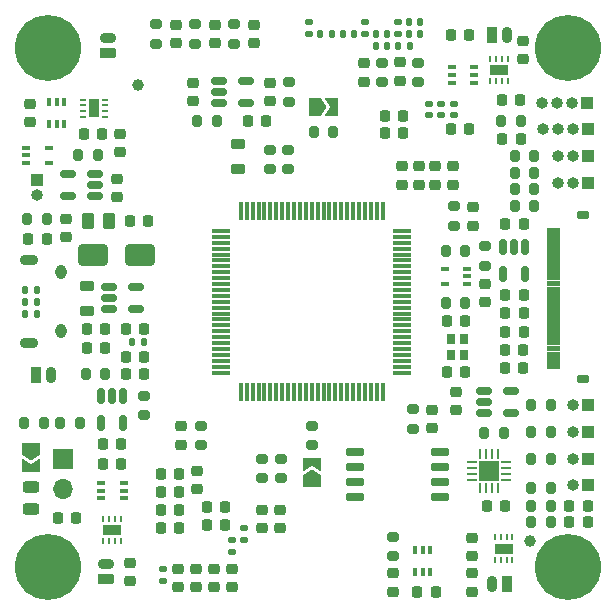
<source format=gts>
G04 #@! TF.GenerationSoftware,KiCad,Pcbnew,8.0.0*
G04 #@! TF.CreationDate,2024-03-25T13:12:05-04:00*
G04 #@! TF.ProjectId,_Sub_HW_Qcopter,5f537562-5f48-4575-9f51-636f70746572,rev?*
G04 #@! TF.SameCoordinates,PX9157080PYf23bb80*
G04 #@! TF.FileFunction,Soldermask,Top*
G04 #@! TF.FilePolarity,Negative*
%FSLAX46Y46*%
G04 Gerber Fmt 4.6, Leading zero omitted, Abs format (unit mm)*
G04 Created by KiCad (PCBNEW 8.0.0) date 2024-03-25 13:12:05*
%MOMM*%
%LPD*%
G01*
G04 APERTURE LIST*
G04 Aperture macros list*
%AMRoundRect*
0 Rectangle with rounded corners*
0 $1 Rounding radius*
0 $2 $3 $4 $5 $6 $7 $8 $9 X,Y pos of 4 corners*
0 Add a 4 corners polygon primitive as box body*
4,1,4,$2,$3,$4,$5,$6,$7,$8,$9,$2,$3,0*
0 Add four circle primitives for the rounded corners*
1,1,$1+$1,$2,$3*
1,1,$1+$1,$4,$5*
1,1,$1+$1,$6,$7*
1,1,$1+$1,$8,$9*
0 Add four rect primitives between the rounded corners*
20,1,$1+$1,$2,$3,$4,$5,0*
20,1,$1+$1,$4,$5,$6,$7,0*
20,1,$1+$1,$6,$7,$8,$9,0*
20,1,$1+$1,$8,$9,$2,$3,0*%
%AMFreePoly0*
4,1,6,1.000000,0.000000,0.500000,-0.750000,-0.500000,-0.750000,-0.500000,0.750000,0.500000,0.750000,1.000000,0.000000,1.000000,0.000000,$1*%
%AMFreePoly1*
4,1,6,0.500000,-0.750000,-0.650000,-0.750000,-0.150000,0.000000,-0.650000,0.750000,0.500000,0.750000,0.500000,-0.750000,0.500000,-0.750000,$1*%
G04 Aperture macros list end*
%ADD10C,0.010000*%
%ADD11RoundRect,0.100000X-0.225000X-0.100000X0.225000X-0.100000X0.225000X0.100000X-0.225000X0.100000X0*%
%ADD12RoundRect,0.225000X-0.225000X-0.250000X0.225000X-0.250000X0.225000X0.250000X-0.225000X0.250000X0*%
%ADD13RoundRect,0.200000X-0.200000X-0.275000X0.200000X-0.275000X0.200000X0.275000X-0.200000X0.275000X0*%
%ADD14RoundRect,0.200000X-0.275000X0.200000X-0.275000X-0.200000X0.275000X-0.200000X0.275000X0.200000X0*%
%ADD15RoundRect,0.225000X0.225000X0.250000X-0.225000X0.250000X-0.225000X-0.250000X0.225000X-0.250000X0*%
%ADD16RoundRect,0.100000X0.225000X0.100000X-0.225000X0.100000X-0.225000X-0.100000X0.225000X-0.100000X0*%
%ADD17RoundRect,0.147500X0.147500X0.172500X-0.147500X0.172500X-0.147500X-0.172500X0.147500X-0.172500X0*%
%ADD18RoundRect,0.150000X-0.512500X-0.150000X0.512500X-0.150000X0.512500X0.150000X-0.512500X0.150000X0*%
%ADD19RoundRect,0.200000X0.275000X-0.200000X0.275000X0.200000X-0.275000X0.200000X-0.275000X-0.200000X0*%
%ADD20RoundRect,0.225000X0.250000X-0.225000X0.250000X0.225000X-0.250000X0.225000X-0.250000X-0.225000X0*%
%ADD21RoundRect,0.250000X1.000000X0.650000X-1.000000X0.650000X-1.000000X-0.650000X1.000000X-0.650000X0*%
%ADD22RoundRect,0.147500X0.172500X-0.147500X0.172500X0.147500X-0.172500X0.147500X-0.172500X-0.147500X0*%
%ADD23RoundRect,0.218750X-0.218750X-0.256250X0.218750X-0.256250X0.218750X0.256250X-0.218750X0.256250X0*%
%ADD24R,1.000000X1.000000*%
%ADD25O,1.000000X1.000000*%
%ADD26C,3.600000*%
%ADD27C,5.600000*%
%ADD28RoundRect,0.102000X0.400000X-0.200000X0.400000X0.200000X-0.400000X0.200000X-0.400000X-0.200000X0*%
%ADD29RoundRect,0.100000X-0.100000X0.225000X-0.100000X-0.225000X0.100000X-0.225000X0.100000X0.225000X0*%
%ADD30C,1.000000*%
%ADD31RoundRect,0.218750X-0.256250X0.218750X-0.256250X-0.218750X0.256250X-0.218750X0.256250X0.218750X0*%
%ADD32RoundRect,0.140000X0.140000X0.170000X-0.140000X0.170000X-0.140000X-0.170000X0.140000X-0.170000X0*%
%ADD33RoundRect,0.075000X0.725000X0.075000X-0.725000X0.075000X-0.725000X-0.075000X0.725000X-0.075000X0*%
%ADD34RoundRect,0.075000X0.075000X0.725000X-0.075000X0.725000X-0.075000X-0.725000X0.075000X-0.725000X0*%
%ADD35RoundRect,0.100000X0.100000X-0.225000X0.100000X0.225000X-0.100000X0.225000X-0.100000X-0.225000X0*%
%ADD36RoundRect,0.140000X-0.170000X0.140000X-0.170000X-0.140000X0.170000X-0.140000X0.170000X0.140000X0*%
%ADD37RoundRect,0.200000X0.200000X0.275000X-0.200000X0.275000X-0.200000X-0.275000X0.200000X-0.275000X0*%
%ADD38RoundRect,0.062500X-0.062500X0.187500X-0.062500X-0.187500X0.062500X-0.187500X0.062500X0.187500X0*%
%ADD39R,1.600000X0.900000*%
%ADD40RoundRect,0.225000X-0.250000X0.225000X-0.250000X-0.225000X0.250000X-0.225000X0.250000X0.225000X0*%
%ADD41R,0.800000X0.900000*%
%ADD42RoundRect,0.218750X0.256250X-0.218750X0.256250X0.218750X-0.256250X0.218750X-0.256250X-0.218750X0*%
%ADD43RoundRect,0.140000X0.170000X-0.140000X0.170000X0.140000X-0.170000X0.140000X-0.170000X-0.140000X0*%
%ADD44RoundRect,0.150000X-0.150000X0.512500X-0.150000X-0.512500X0.150000X-0.512500X0.150000X0.512500X0*%
%ADD45FreePoly0,270.000000*%
%ADD46FreePoly1,270.000000*%
%ADD47RoundRect,0.250000X0.262500X0.450000X-0.262500X0.450000X-0.262500X-0.450000X0.262500X-0.450000X0*%
%ADD48RoundRect,0.062500X0.325000X0.062500X-0.325000X0.062500X-0.325000X-0.062500X0.325000X-0.062500X0*%
%ADD49RoundRect,0.062500X0.062500X0.325000X-0.062500X0.325000X-0.062500X-0.325000X0.062500X-0.325000X0*%
%ADD50R,1.750000X1.750000*%
%ADD51RoundRect,0.150000X-0.650000X-0.150000X0.650000X-0.150000X0.650000X0.150000X-0.650000X0.150000X0*%
%ADD52RoundRect,0.062500X0.062500X-0.187500X0.062500X0.187500X-0.062500X0.187500X-0.062500X-0.187500X0*%
%ADD53RoundRect,0.218750X0.381250X-0.218750X0.381250X0.218750X-0.381250X0.218750X-0.381250X-0.218750X0*%
%ADD54RoundRect,0.147500X-0.172500X0.147500X-0.172500X-0.147500X0.172500X-0.147500X0.172500X0.147500X0*%
%ADD55RoundRect,0.218750X0.218750X0.256250X-0.218750X0.256250X-0.218750X-0.256250X0.218750X-0.256250X0*%
%ADD56RoundRect,0.150000X0.512500X0.150000X-0.512500X0.150000X-0.512500X-0.150000X0.512500X-0.150000X0*%
%ADD57FreePoly0,0.000000*%
%ADD58FreePoly1,0.000000*%
%ADD59RoundRect,0.062500X0.187500X0.062500X-0.187500X0.062500X-0.187500X-0.062500X0.187500X-0.062500X0*%
%ADD60R,0.900000X1.600000*%
%ADD61RoundRect,0.243750X-0.456250X0.243750X-0.456250X-0.243750X0.456250X-0.243750X0.456250X0.243750X0*%
%ADD62FreePoly0,90.000000*%
%ADD63FreePoly1,90.000000*%
%ADD64RoundRect,0.225000X-0.225000X-0.475000X0.225000X-0.475000X0.225000X0.475000X-0.225000X0.475000X0*%
%ADD65O,0.900000X1.400000*%
%ADD66RoundRect,0.225000X0.225000X0.475000X-0.225000X0.475000X-0.225000X-0.475000X0.225000X-0.475000X0*%
%ADD67RoundRect,0.225000X0.475000X-0.225000X0.475000X0.225000X-0.475000X0.225000X-0.475000X-0.225000X0*%
%ADD68O,1.400000X0.900000*%
%ADD69O,1.550000X0.890000*%
%ADD70O,0.950000X1.250000*%
%ADD71R,1.700000X1.700000*%
%ADD72O,1.700000X1.700000*%
G04 APERTURE END LIST*
D10*
X46337001Y27414000D02*
X45286999Y27414000D01*
X45287000Y27814000D01*
X46337000Y27814000D01*
X46337001Y27414000D01*
G36*
X46337001Y27414000D02*
G01*
X45286999Y27414000D01*
X45287000Y27814000D01*
X46337000Y27814000D01*
X46337001Y27414000D01*
G37*
X46337000Y31414001D02*
X45287000Y31414001D01*
X45287000Y31814000D01*
X46337000Y31814000D01*
X46337000Y31414001D01*
G36*
X46337000Y31414001D02*
G01*
X45287000Y31414001D01*
X45287000Y31814000D01*
X46337000Y31814000D01*
X46337000Y31414001D01*
G37*
X46337000Y30914000D02*
X45287000Y30914000D01*
X45287000Y31314000D01*
X46337000Y31314000D01*
X46337000Y30914000D01*
G36*
X46337000Y30914000D02*
G01*
X45287000Y30914000D01*
X45287000Y31314000D01*
X46337000Y31314000D01*
X46337000Y30914000D01*
G37*
X46337001Y30814000D02*
X46337000Y30414000D01*
X45287000Y30414000D01*
X45287000Y30814001D01*
X46337001Y30814000D01*
G36*
X46337001Y30814000D02*
G01*
X46337000Y30414000D01*
X45287000Y30414000D01*
X45287000Y30814001D01*
X46337001Y30814000D01*
G37*
X46337001Y29914000D02*
X45287000Y29913999D01*
X45287000Y30314000D01*
X46337000Y30314000D01*
X46337001Y29914000D01*
G36*
X46337001Y29914000D02*
G01*
X45287000Y29913999D01*
X45287000Y30314000D01*
X46337000Y30314000D01*
X46337001Y29914000D01*
G37*
X46337000Y29414000D02*
X45287000Y29414000D01*
X45287000Y29814000D01*
X46337000Y29814000D01*
X46337000Y29414000D01*
G36*
X46337000Y29414000D02*
G01*
X45287000Y29414000D01*
X45287000Y29814000D01*
X46337000Y29814000D01*
X46337000Y29414000D01*
G37*
X46337000Y28914000D02*
X45287000Y28914000D01*
X45287000Y29313999D01*
X46337000Y29313999D01*
X46337000Y28914000D01*
G36*
X46337000Y28914000D02*
G01*
X45287000Y28914000D01*
X45287000Y29313999D01*
X46337000Y29313999D01*
X46337000Y28914000D01*
G37*
X46337000Y28414000D02*
X45287000Y28414000D01*
X45287000Y28814000D01*
X46337000Y28814000D01*
X46337000Y28414000D01*
G36*
X46337000Y28414000D02*
G01*
X45287000Y28414000D01*
X45287000Y28814000D01*
X46337000Y28814000D01*
X46337000Y28414000D01*
G37*
X46337000Y27914000D02*
X45287000Y27914000D01*
X45287000Y28314001D01*
X46337000Y28314001D01*
X46337000Y27914000D01*
G36*
X46337000Y27914000D02*
G01*
X45287000Y27914000D01*
X45287000Y28314001D01*
X46337000Y28314001D01*
X46337000Y27914000D01*
G37*
X46337000Y26914000D02*
X45287000Y26914000D01*
X45287000Y27314000D01*
X46337000Y27314000D01*
X46337000Y26914000D01*
G36*
X46337000Y26914000D02*
G01*
X45287000Y26914000D01*
X45287000Y27314000D01*
X46337000Y27314000D01*
X46337000Y26914000D01*
G37*
X46337000Y26414000D02*
X45287000Y26414000D01*
X45287000Y26813999D01*
X46337001Y26814000D01*
X46337000Y26414000D01*
G36*
X46337000Y26414000D02*
G01*
X45287000Y26414000D01*
X45287000Y26813999D01*
X46337001Y26814000D01*
X46337000Y26414000D01*
G37*
X46337000Y25914000D02*
X45287000Y25914000D01*
X45287000Y26314000D01*
X46337000Y26314000D01*
X46337000Y25914000D01*
G36*
X46337000Y25914000D02*
G01*
X45287000Y25914000D01*
X45287000Y26314000D01*
X46337000Y26314000D01*
X46337000Y25914000D01*
G37*
X46337000Y25414000D02*
X45287000Y25414000D01*
X45287000Y25814000D01*
X46337000Y25814000D01*
X46337000Y25414000D01*
G36*
X46337000Y25414000D02*
G01*
X45287000Y25414000D01*
X45287000Y25814000D01*
X46337000Y25814000D01*
X46337000Y25414000D01*
G37*
X46337001Y24914000D02*
X45287000Y24914001D01*
X45287000Y25314000D01*
X46337000Y25314000D01*
X46337001Y24914000D01*
G36*
X46337001Y24914000D02*
G01*
X45287000Y24914001D01*
X45287000Y25314000D01*
X46337000Y25314000D01*
X46337001Y24914000D01*
G37*
X46337000Y24414000D02*
X45287000Y24414000D01*
X45287000Y24814000D01*
X46337000Y24814000D01*
X46337000Y24414000D01*
G36*
X46337000Y24414000D02*
G01*
X45287000Y24414000D01*
X45287000Y24814000D01*
X46337000Y24814000D01*
X46337000Y24414000D01*
G37*
X46337000Y23914000D02*
X45287000Y23914000D01*
X45286999Y24314000D01*
X46337001Y24314000D01*
X46337000Y23914000D01*
G36*
X46337000Y23914000D02*
G01*
X45287000Y23914000D01*
X45286999Y24314000D01*
X46337001Y24314000D01*
X46337000Y23914000D01*
G37*
X46337000Y23413999D02*
X45287000Y23413999D01*
X45287000Y23814000D01*
X46337000Y23814000D01*
X46337000Y23413999D01*
G36*
X46337000Y23413999D02*
G01*
X45287000Y23413999D01*
X45287000Y23814000D01*
X46337000Y23814000D01*
X46337000Y23413999D01*
G37*
X46337000Y22914000D02*
X45287000Y22914000D01*
X45287000Y23314000D01*
X46337000Y23314000D01*
X46337000Y22914000D01*
G36*
X46337000Y22914000D02*
G01*
X45287000Y22914000D01*
X45287000Y23314000D01*
X46337000Y23314000D01*
X46337000Y22914000D01*
G37*
X46337000Y22414001D02*
X45287000Y22414001D01*
X45287000Y22814000D01*
X46337000Y22814000D01*
X46337000Y22414001D01*
G36*
X46337000Y22414001D02*
G01*
X45287000Y22414001D01*
X45287000Y22814000D01*
X46337000Y22814000D01*
X46337000Y22414001D01*
G37*
X46337000Y21914000D02*
X45287000Y21914000D01*
X45287000Y22314000D01*
X46337000Y22314000D01*
X46337000Y21914000D01*
G36*
X46337000Y21914000D02*
G01*
X45287000Y21914000D01*
X45287000Y22314000D01*
X46337000Y22314000D01*
X46337000Y21914000D01*
G37*
X46337001Y21814000D02*
X46337000Y21414000D01*
X45287000Y21414000D01*
X45287000Y21814001D01*
X46337001Y21814000D01*
G36*
X46337001Y21814000D02*
G01*
X46337000Y21414000D01*
X45287000Y21414000D01*
X45287000Y21814001D01*
X46337001Y21814000D01*
G37*
X46337001Y20914000D02*
X45287000Y20913999D01*
X45287000Y21314000D01*
X46337000Y21314000D01*
X46337001Y20914000D01*
G36*
X46337001Y20914000D02*
G01*
X45287000Y20913999D01*
X45287000Y21314000D01*
X46337000Y21314000D01*
X46337001Y20914000D01*
G37*
X46337000Y20414000D02*
X45287000Y20414000D01*
X45287000Y20814000D01*
X46337000Y20814000D01*
X46337000Y20414000D01*
G36*
X46337000Y20414000D02*
G01*
X45287000Y20414000D01*
X45287000Y20814000D01*
X46337000Y20814000D01*
X46337000Y20414000D01*
G37*
X46337000Y19914000D02*
X45287000Y19914000D01*
X45287000Y20313999D01*
X46337000Y20313999D01*
X46337000Y19914000D01*
G36*
X46337000Y19914000D02*
G01*
X45287000Y19914000D01*
X45287000Y20313999D01*
X46337000Y20313999D01*
X46337000Y19914000D01*
G37*
D11*
X3149600Y38587200D03*
X3149600Y37287200D03*
X1249600Y37287200D03*
X1249600Y37937200D03*
X1249600Y38587200D03*
D12*
X31610000Y41277500D03*
X33160000Y41277500D03*
D13*
X15726000Y40808000D03*
X17376000Y40808000D03*
D14*
X37465000Y33604200D03*
X37465000Y31954200D03*
D15*
X43345001Y24583000D03*
X41795001Y24583000D03*
X11189000Y20828000D03*
X9639000Y20828000D03*
D16*
X9474534Y8875000D03*
X9474533Y9525000D03*
X9474534Y10175000D03*
X7574534Y10175000D03*
X7574535Y9525000D03*
X7574534Y8875000D03*
D17*
X27076200Y48209200D03*
X26106200Y48209200D03*
D18*
X8266000Y26792000D03*
X8266000Y25842000D03*
X8266000Y24892000D03*
X10541000Y24892000D03*
X10541000Y26792000D03*
D19*
X18819000Y47384200D03*
X18819000Y49034200D03*
D20*
X43256200Y46088000D03*
X43256200Y47638000D03*
D21*
X10890001Y29464000D03*
X6889999Y29464000D03*
D15*
X43066000Y42570400D03*
X41516000Y42570400D03*
D20*
X38989000Y977600D03*
X38989000Y2527600D03*
D13*
X5652000Y37973000D03*
X7302000Y37973000D03*
D22*
X19685000Y5380000D03*
X19685000Y6350000D03*
D20*
X1524000Y40754000D03*
X1524000Y42304000D03*
D23*
X1371500Y30861000D03*
X2946500Y30861000D03*
D24*
X48783000Y16764000D03*
D25*
X47512999Y16764000D03*
D19*
X12215000Y47384200D03*
X12215000Y49034200D03*
D12*
X40246000Y8255000D03*
X41796000Y8255000D03*
D26*
X47066200Y3048000D03*
D27*
X47066200Y3048000D03*
D14*
X40030000Y30226000D03*
X40030000Y28576000D03*
X21209000Y12255000D03*
X21209000Y10605000D03*
D15*
X18047000Y8153400D03*
X16497000Y8153400D03*
D24*
X48783000Y10033000D03*
D25*
X47512999Y10033000D03*
D17*
X11163000Y22098000D03*
X10193000Y22098000D03*
D15*
X11554000Y32361000D03*
X10004000Y32361000D03*
D28*
X48387000Y18989000D03*
X48387000Y32839000D03*
D20*
X8890000Y34404000D03*
X8890000Y35954000D03*
D29*
X35448000Y4506000D03*
X34798000Y4505999D03*
X34148000Y4506000D03*
X34148000Y2606000D03*
X34798000Y2606001D03*
X35448000Y2606000D03*
D20*
X22733000Y6350000D03*
X22733000Y7900000D03*
D15*
X43320000Y21463000D03*
X41770000Y21463000D03*
X43345001Y26107000D03*
X41795001Y26107000D03*
D30*
X10693400Y43865800D03*
D12*
X6083000Y39751000D03*
X7633000Y39751000D03*
D19*
X22758400Y10605000D03*
X22758400Y12255000D03*
D23*
X19993000Y40808000D03*
X21568000Y40808000D03*
D31*
X39090600Y33553400D03*
X39090600Y31978398D03*
D20*
X35843999Y35435500D03*
X35843999Y36985500D03*
D32*
X34566800Y49174400D03*
X33606800Y49174400D03*
D30*
X43840400Y5232400D03*
D33*
X33075000Y19527000D03*
X33075000Y20027000D03*
X33075000Y20527001D03*
X33075000Y21027000D03*
X33075000Y21526999D03*
X33075000Y22027000D03*
X33075000Y22527000D03*
X33075000Y23027001D03*
X33075000Y23527000D03*
X33075000Y24027000D03*
X33075000Y24527000D03*
X33075000Y25027000D03*
X33075001Y25527000D03*
X33075000Y26027000D03*
X33075000Y26527000D03*
X33075000Y27027000D03*
X33075000Y27527000D03*
X33075000Y28026999D03*
X33075000Y28527000D03*
X33075000Y29027000D03*
X33075000Y29527001D03*
X33075000Y30027000D03*
X33075000Y30526999D03*
X33075000Y31027000D03*
X33075000Y31527000D03*
D34*
X31400000Y33202000D03*
X30900000Y33202000D03*
X30399999Y33202000D03*
X29900000Y33202000D03*
X29400001Y33202000D03*
X28900000Y33202000D03*
X28400000Y33202000D03*
X27899999Y33202000D03*
X27400000Y33202000D03*
X26900000Y33202000D03*
X26400000Y33202000D03*
X25900000Y33202000D03*
X25400000Y33202001D03*
X24900000Y33202000D03*
X24400000Y33202000D03*
X23900000Y33202000D03*
X23400000Y33202000D03*
X22900001Y33202000D03*
X22400000Y33202000D03*
X21900000Y33202000D03*
X21399999Y33202000D03*
X20900000Y33202000D03*
X20400001Y33202000D03*
X19900000Y33202000D03*
X19400000Y33202000D03*
D33*
X17725000Y31527000D03*
X17725000Y31027000D03*
X17725000Y30526999D03*
X17725000Y30027000D03*
X17725000Y29527001D03*
X17725000Y29027000D03*
X17725000Y28527000D03*
X17725000Y28026999D03*
X17725000Y27527000D03*
X17725000Y27027000D03*
X17725000Y26527000D03*
X17725000Y26027000D03*
X17724999Y25527000D03*
X17725000Y25027000D03*
X17725000Y24527000D03*
X17725000Y24027000D03*
X17725000Y23527000D03*
X17725000Y23027001D03*
X17725000Y22527000D03*
X17725000Y22027000D03*
X17725000Y21526999D03*
X17725000Y21027000D03*
X17725000Y20527001D03*
X17725000Y20027000D03*
X17725000Y19527000D03*
D34*
X19400000Y17852000D03*
X19900000Y17852000D03*
X20400001Y17852000D03*
X20900000Y17852000D03*
X21399999Y17852000D03*
X21900000Y17852000D03*
X22400000Y17852000D03*
X22900001Y17852000D03*
X23400000Y17852000D03*
X23900000Y17852000D03*
X24400000Y17852000D03*
X24900000Y17852000D03*
X25400000Y17851999D03*
X25900000Y17852000D03*
X26400000Y17852000D03*
X26900000Y17852000D03*
X27400000Y17852000D03*
X27899999Y17852000D03*
X28400000Y17852000D03*
X28900000Y17852000D03*
X29400001Y17852000D03*
X29900000Y17852000D03*
X30399999Y17852000D03*
X30900000Y17852000D03*
X31400000Y17852000D03*
D35*
X3160000Y40579000D03*
X3810000Y40579001D03*
X4460000Y40579000D03*
X4460000Y42479000D03*
X3810000Y42478999D03*
X3160000Y42479000D03*
D36*
X36387000Y42265500D03*
X36387000Y41305500D03*
D37*
X7937000Y19430999D03*
X6287000Y19430999D03*
D14*
X21844000Y38417000D03*
X21844000Y36767000D03*
D20*
X34446999Y35435500D03*
X34446999Y36985500D03*
D38*
X41982901Y46119500D03*
X41482900Y46119500D03*
X40982900Y46119500D03*
X40482899Y46119500D03*
X40482899Y44219500D03*
X40982900Y44219500D03*
X41482900Y44219500D03*
X41982901Y44219500D03*
D39*
X41232900Y45169500D03*
D13*
X44006000Y9779000D03*
X45656000Y9779000D03*
D40*
X15341600Y44082000D03*
X15341600Y42532000D03*
X38989000Y5550200D03*
X38989000Y4000200D03*
D37*
X27241000Y39878000D03*
X25591000Y39878000D03*
D15*
X38722600Y48133000D03*
X37172600Y48133000D03*
D41*
X37169000Y22417000D03*
X37169000Y21017000D03*
X38269000Y21017000D03*
X38269000Y22417000D03*
D12*
X12636200Y7874000D03*
X14186200Y7874000D03*
X36817000Y23876000D03*
X38367000Y23876000D03*
D14*
X23444200Y44132000D03*
X23444200Y42482000D03*
D12*
X31610000Y39783499D03*
X33160000Y39783499D03*
D15*
X43320000Y19939000D03*
X41770000Y19939000D03*
D42*
X29840962Y44170499D03*
X29840962Y45745501D03*
D24*
X48773001Y35560000D03*
D25*
X47503000Y35560000D03*
X46233001Y35560000D03*
D13*
X44006000Y8255000D03*
X45656000Y8255000D03*
D26*
X47066200Y47040800D03*
D27*
X47066200Y47040800D03*
D23*
X41757500Y22987000D03*
X43332500Y22987000D03*
D24*
X48783000Y14478000D03*
D25*
X47512999Y14478000D03*
D23*
X41503500Y39319200D03*
X43078500Y39319200D03*
D22*
X12827000Y1928000D03*
X12827000Y2898000D03*
D36*
X37465000Y42265500D03*
X37465000Y41305500D03*
D43*
X29893200Y48237200D03*
X29893200Y49197200D03*
D20*
X13866000Y47434200D03*
X13866000Y48984200D03*
D18*
X17531500Y44257000D03*
X17531500Y43307000D03*
X17531500Y42357000D03*
X19806500Y42357000D03*
X19806500Y44257000D03*
D12*
X12636200Y10922000D03*
X14186200Y10922000D03*
D44*
X43494999Y30148500D03*
X42545000Y30148500D03*
X41595001Y30148500D03*
X41595001Y27873500D03*
X43494999Y27873500D03*
D13*
X1080000Y15240000D03*
X2730000Y15240000D03*
D45*
X1651000Y13043999D03*
D46*
X1651000Y11594001D03*
D19*
X34010600Y14770600D03*
X34010600Y16420600D03*
D15*
X35903200Y990600D03*
X34353200Y990600D03*
X18047000Y6604000D03*
X16497000Y6604000D03*
D32*
X31770200Y47193200D03*
X30810200Y47193200D03*
D19*
X34412961Y44133000D03*
X34412961Y45783000D03*
D20*
X37338000Y35435500D03*
X37338000Y36985500D03*
D44*
X9458999Y17520500D03*
X8509000Y17520500D03*
X7559001Y17520500D03*
X7559001Y15245500D03*
X9458999Y15245500D03*
D15*
X9284000Y13462000D03*
X7734000Y13462000D03*
D20*
X21209000Y6350000D03*
X21209000Y7900000D03*
D40*
X15621000Y2921000D03*
X15621000Y1371000D03*
D24*
X48742600Y42341800D03*
D25*
X47472599Y42341800D03*
X46202600Y42341800D03*
X44932600Y42341800D03*
D13*
X36767000Y29845001D03*
X38417000Y29845001D03*
D47*
X8249500Y32361000D03*
X6424500Y32361000D03*
D12*
X6337000Y21590000D03*
X7887000Y21590000D03*
D32*
X28976200Y48209200D03*
X28016200Y48209200D03*
D17*
X2113000Y26543000D03*
X1143000Y26543000D03*
D13*
X44006000Y12192000D03*
X45656000Y12192000D03*
D20*
X40071001Y25514000D03*
X40071001Y27064000D03*
D48*
X41860500Y10436000D03*
X41860500Y10936000D03*
X41860500Y11436000D03*
X41860500Y11936000D03*
D49*
X41148000Y12648500D03*
X40648000Y12648500D03*
X40148000Y12648500D03*
X39648000Y12648500D03*
D48*
X38935500Y11936000D03*
X38935500Y11436000D03*
X38935500Y10936000D03*
X38935500Y10436000D03*
D49*
X39648000Y9723500D03*
X40148000Y9723500D03*
X40648000Y9723500D03*
X41148000Y9723500D03*
D50*
X40398000Y11186000D03*
D51*
X29039000Y12827000D03*
X29039000Y11557000D03*
X29039000Y10287000D03*
X29039000Y9017000D03*
X36239000Y9017000D03*
X36239000Y10287000D03*
X36239000Y11557000D03*
X36239000Y12827000D03*
D17*
X33710600Y47193200D03*
X32740600Y47193200D03*
D26*
X3048000Y47040800D03*
D27*
X3048000Y47040800D03*
D15*
X38748000Y40134500D03*
X37198000Y40134500D03*
D13*
X39997000Y14429000D03*
X41647000Y14429000D03*
X41466000Y40792400D03*
X43116000Y40792400D03*
D17*
X2113000Y24511000D03*
X1143000Y24511000D03*
D52*
X7758999Y5273000D03*
X8259000Y5273000D03*
X8759000Y5273000D03*
X9259001Y5273000D03*
X9259001Y7173000D03*
X8759000Y7173000D03*
X8259000Y7173000D03*
X7758999Y7173000D03*
D39*
X8509000Y6223000D03*
D20*
X17168000Y47434200D03*
X17168000Y48984200D03*
D15*
X5474000Y7239000D03*
X3924000Y7239000D03*
D40*
X15697200Y11189000D03*
X15697200Y9639000D03*
D15*
X11189000Y19431000D03*
X9639000Y19431000D03*
D31*
X14351000Y15011501D03*
X14351000Y13436499D03*
D15*
X11189000Y23241000D03*
X9639000Y23241000D03*
D17*
X34571800Y48209200D03*
X33601800Y48209200D03*
D20*
X35610800Y14807600D03*
X35610800Y16357600D03*
D13*
X42609000Y37846000D03*
X44259000Y37846000D03*
D42*
X32258000Y990499D03*
X32258000Y2565501D03*
D19*
X25450800Y13399000D03*
X25450800Y15049000D03*
D20*
X20470000Y47434200D03*
X20470000Y48984200D03*
D12*
X12636200Y6350000D03*
X14186200Y6350000D03*
D13*
X42609000Y36449000D03*
X44259000Y36449000D03*
D53*
X6350000Y24718500D03*
X6350000Y26843500D03*
D54*
X18669000Y5334000D03*
X18669000Y4364000D03*
D11*
X37251600Y45379400D03*
X37251601Y44729400D03*
X37251600Y44079400D03*
X39151600Y44079400D03*
X39151599Y44729400D03*
X39151600Y45379400D03*
D40*
X14097000Y2921000D03*
X14097000Y1371000D03*
D13*
X36767000Y25400000D03*
X38417000Y25400000D03*
D17*
X2113000Y25527000D03*
X1143000Y25527000D03*
D19*
X31369000Y44133000D03*
X31369000Y45783000D03*
D24*
X48783000Y12192000D03*
D25*
X47512999Y12192000D03*
D13*
X42609000Y35052000D03*
X44259000Y35052000D03*
D16*
X38542000Y27036000D03*
X38541999Y27686000D03*
X38542000Y28336000D03*
X36642000Y28336000D03*
X36642000Y27036000D03*
D40*
X4572000Y32525000D03*
X4572000Y30975000D03*
D17*
X31775200Y48209200D03*
X30805200Y48209200D03*
D43*
X25194200Y48237200D03*
X25194200Y49197200D03*
D55*
X48793501Y6858000D03*
X47218499Y6858000D03*
D40*
X17145000Y2934000D03*
X17145000Y1384000D03*
D56*
X7015744Y34443501D03*
X7015744Y35393500D03*
X7015744Y36343499D03*
X4740744Y36343499D03*
X4740744Y34443501D03*
D20*
X33049999Y35435500D03*
X33049999Y36985500D03*
D40*
X21869400Y44082000D03*
X21869400Y42532000D03*
D13*
X44006000Y14478000D03*
X45656000Y14478000D03*
D40*
X37592000Y17920000D03*
X37592000Y16370000D03*
D43*
X32687200Y48237200D03*
X32687200Y49197200D03*
D12*
X12636200Y9398000D03*
X14186200Y9398000D03*
D52*
X40894000Y3683000D03*
X41394001Y3683000D03*
X41894001Y3683000D03*
X42394002Y3683000D03*
X42394002Y5583000D03*
X41894001Y5583000D03*
X41394001Y5583000D03*
X40894000Y5583000D03*
D39*
X41644001Y4633000D03*
D18*
X40010500Y17968000D03*
X40010500Y17018000D03*
X40010500Y16068000D03*
X42285500Y16068000D03*
X42285500Y17968000D03*
D24*
X48763000Y40132000D03*
D25*
X47492999Y40132000D03*
X46223000Y40132000D03*
X44953000Y40132000D03*
D12*
X36817000Y19558000D03*
X38367000Y19558000D03*
D57*
X25667501Y42037001D03*
D58*
X27117499Y42037001D03*
D15*
X43345002Y32131000D03*
X41795002Y32131000D03*
D40*
X9144000Y39764000D03*
X9144000Y38214000D03*
D12*
X6337000Y23241000D03*
X7887000Y23241000D03*
D37*
X2984000Y32512000D03*
X1334000Y32512000D03*
D13*
X44006000Y6858000D03*
X45656000Y6858000D03*
D55*
X48793501Y8259037D03*
X47218499Y8259037D03*
D59*
X7908483Y41149016D03*
X7908483Y41649017D03*
X7908483Y42149017D03*
X7908483Y42649018D03*
X6008483Y42649018D03*
X6008483Y42149017D03*
X6008483Y41649017D03*
X6008483Y41149016D03*
D60*
X6958483Y41899017D03*
D53*
X19177000Y36783500D03*
X19177000Y38908500D03*
D36*
X35306000Y42265500D03*
X35306000Y41305500D03*
D19*
X11176000Y15939000D03*
X11176000Y17589000D03*
D13*
X4128000Y15240000D03*
X5778000Y15240000D03*
D12*
X7734000Y11811000D03*
X9284000Y11811000D03*
D14*
X23368000Y38417000D03*
X23368000Y36767000D03*
D42*
X32888962Y44220249D03*
X32888962Y45795251D03*
D20*
X10033000Y1892000D03*
X10033000Y3442000D03*
D24*
X48768001Y37846000D03*
D25*
X47498000Y37846000D03*
X46228001Y37846000D03*
D40*
X18669000Y2934000D03*
X18669000Y1384000D03*
D61*
X1651000Y9827501D03*
X1651000Y7952499D03*
D19*
X15517000Y47384200D03*
X15517000Y49034200D03*
D13*
X44006000Y16764000D03*
X45656000Y16764000D03*
D26*
X3048000Y3048000D03*
D27*
X3048000Y3048000D03*
D13*
X42609000Y33655000D03*
X44259000Y33655000D03*
D14*
X32258000Y5651000D03*
X32258000Y4001000D03*
D62*
X25450800Y10324001D03*
D63*
X25450800Y11773999D03*
D14*
X16002000Y15049000D03*
X16002000Y13399000D03*
D64*
X40660001Y48133000D03*
D65*
X41910000Y48133000D03*
D66*
X41900000Y1659000D03*
D65*
X40650001Y1659000D03*
D67*
X8009000Y2042000D03*
D68*
X8009000Y3292000D03*
D67*
X8136000Y46619000D03*
D68*
X8136000Y47869000D03*
D24*
X2159000Y35829001D03*
D25*
X2159000Y34559000D03*
D64*
X2042000Y19296000D03*
D65*
X3291999Y19296000D03*
D69*
X1494000Y22027000D03*
D70*
X4194000Y23027001D03*
X4194000Y28026999D03*
D69*
X1494000Y29027000D03*
D71*
X4375000Y12197000D03*
D72*
X4375000Y9657000D03*
M02*

</source>
